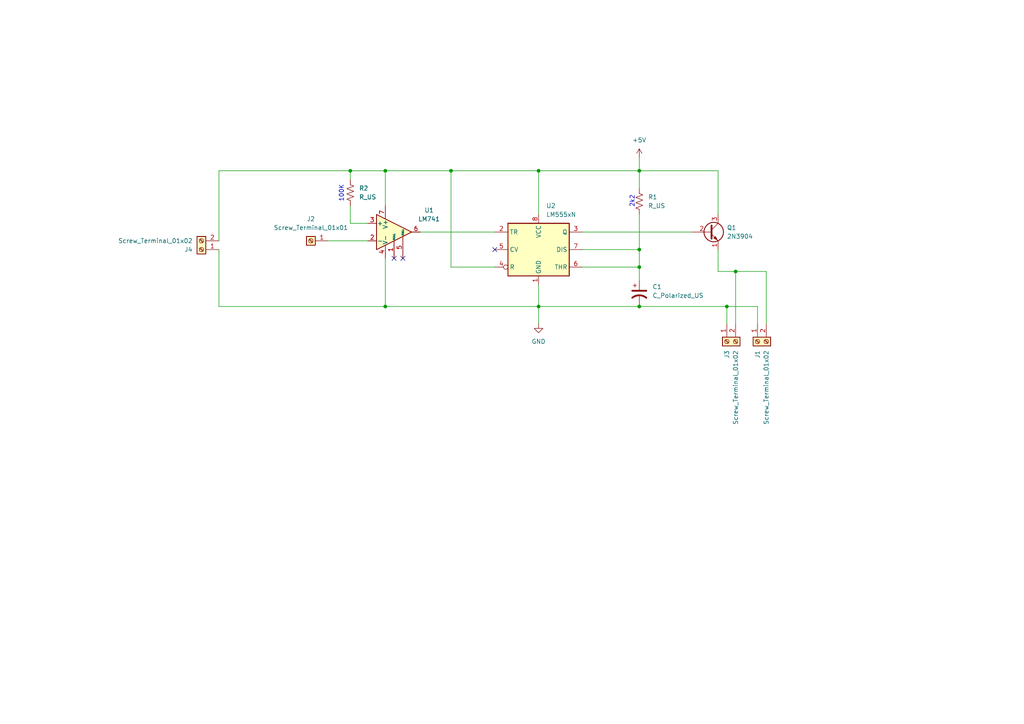
<source format=kicad_sch>
(kicad_sch (version 20231120) (generator "eeschema") (generator_version "8.0")
  (paper "A4")
  (lib_symbols
    (symbol "Amplifier_Operational:LM741" (pin_names (offset 0.127))
      (property "Reference" "U" (at 0 6.35 0))
      (property "Value" "LM741" (at 0 3.81 0))
      (symbol "LM741_0_1"
        (polyline (pts (xy -5.08 5.08) (xy 5.08 0) (xy -5.08 -5.08) (xy -5.08 5.08)) (stroke (width 0.254)) (fill (type background)))
      )
      (symbol "LM741_1_1"
        (pin input line (at 0 -7.62 90) (length 5.08) (name "NULL") (number "1"))
        (pin input line (at -7.62 -2.54 0) (length 2.54) (name "-") (number "2"))
        (pin input line (at -7.62 2.54 0) (length 2.54) (name "+") (number "3"))
        (pin power_in line (at -2.54 -7.62 90) (length 3.81) (name "V-") (number "4"))
        (pin input line (at 2.54 -7.62 90) (length 6.35) (name "NULL") (number "5"))
        (pin output line (at 7.62 0 180) (length 2.54) (name "~") (number "6"))
        (pin power_in line (at -2.54 7.62 270) (length 3.81) (name "V+") (number "7"))
        (pin no_connect line (at 0 2.54 270) (length 2.54) hide (name "NC") (number "8"))
      )
    )
    (symbol "Connector:Screw_Terminal_01x01" (pin_names (offset 1.016) hide)
      (property "Reference" "J" (at 0 2.54 0))
      (property "Value" "Screw_Terminal_01x01" (at 0 -2.54 0))
      (symbol "Screw_Terminal_01x01_1_1"
        (rectangle (start -1.27 1.27) (end 1.27 -1.27) (stroke (width 0.254)) (fill (type background)))
        (polyline (pts (xy -0.5334 0.3302) (xy 0.3302 -0.508)) (stroke (width 0.1524)))
        (polyline (pts (xy -0.3556 0.508) (xy 0.508 -0.3302)) (stroke (width 0.1524)))
        (circle (center 0 0) (radius 0.635) (stroke (width 0.1524)))
        (pin passive line (at -5.08 0 0) (length 3.81) (name "Pin_1") (number "1"))
      )
    )
    (symbol "Connector:Screw_Terminal_01x02" (pin_names (offset 1.016) hide)
      (property "Reference" "J" (at 0 2.54 0))
      (property "Value" "Screw_Terminal_01x02" (at 0 -5.08 0))
      (symbol "Screw_Terminal_01x02_1_1"
        (rectangle (start -1.27 1.27) (end 1.27 -3.81) (stroke (width 0.254)) (fill (type background)))
        (circle (center 0 -2.54) (radius 0.635) (stroke (width 0.1524)))
        (polyline (pts (xy -0.5334 -2.2098) (xy 0.3302 -3.048)) (stroke (width 0.1524)))
        (polyline (pts (xy -0.5334 0.3302) (xy 0.3302 -0.508)) (stroke (width 0.1524)))
        (polyline (pts (xy -0.3556 -2.032) (xy 0.508 -2.8702)) (stroke (width 0.1524)))
        (polyline (pts (xy -0.3556 0.508) (xy 0.508 -0.3302)) (stroke (width 0.1524)))
        (circle (center 0 0) (radius 0.635) (stroke (width 0.1524)))
        (pin passive line (at -5.08 0 0) (length 3.81) (name "Pin_1") (number "1"))
        (pin passive line (at -5.08 -2.54 0) (length 3.81) (name "Pin_2") (number "2"))
      )
    )
    (symbol "Device:C_Polarized_US" (pin_numbers hide) (pin_names (offset 0.254) hide)
      (property "Reference" "C" (at 0.635 2.54 0))
      (property "Value" "C_Polarized_US" (at 0.635 -2.54 0))
      (symbol "C_Polarized_US_0_1"
        (polyline (pts (xy -2.032 0.762) (xy 2.032 0.762)) (stroke (width 0.508)))
        (polyline (pts (xy -1.778 2.286) (xy -0.762 2.286)))
        (polyline (pts (xy -1.27 1.778) (xy -1.27 2.794)))
        (arc (start 2.032 -1.27) (mid 0 -0.5572) (end -2.032 -1.27) (stroke (width 0.508)))
      )
      (symbol "C_Polarized_US_1_1"
        (pin passive line (at 0 3.81 270) (length 2.794) (name "~") (number "1"))
        (pin passive line (at 0 -3.81 90) (length 3.302) (name "~") (number "2"))
      )
    )
    (symbol "Device:R_US" (pin_numbers hide) (pin_names (offset 0))
      (property "Reference" "R" (at 2.54 0 90))
      (property "Value" "R_US" (at -2.54 0 90))
      (symbol "R_US_0_1"
        (polyline (pts (xy 0 -2.286) (xy 0 -2.54)))
        (polyline (pts (xy 0 2.286) (xy 0 2.54)))
        (polyline (pts (xy 0 -0.762) (xy 1.016 -1.143) (xy 0 -1.524) (xy -1.016 -1.905) (xy 0 -2.286)))
        (polyline (pts (xy 0 0.762) (xy 1.016 0.381) (xy 0 0) (xy -1.016 -0.381) (xy 0 -0.762)))
        (polyline (pts (xy 0 2.286) (xy 1.016 1.905) (xy 0 1.524) (xy -1.016 1.143) (xy 0 0.762)))
      )
      (symbol "R_US_1_1"
        (pin passive line (at 0 3.81 270) (length 1.27) (name "~") (number "1"))
        (pin passive line (at 0 -3.81 90) (length 1.27) (name "~") (number "2"))
      )
    )
    (symbol "Timer:LM555xN"
      (property "Reference" "U" (at -10.16 8.89 0))
      (property "Value" "LM555xN" (at 2.54 8.89 0))
      (symbol "LM555xN_0_0"
        (pin power_in line (at 0 -10.16 90) (length 2.54) (name "GND") (number "1"))
        (pin power_in line (at 0 10.16 270) (length 2.54) (name "VCC") (number "8"))
      )
      (symbol "LM555xN_0_1"
        (rectangle (start -8.89 -7.62) (end 8.89 7.62) (stroke (width 0.254)) (fill (type background)))
        (rectangle (start -8.89 -7.62) (end 8.89 7.62) (stroke (width 0.254)) (fill (type background)))
      )
      (symbol "LM555xN_1_1"
        (pin input line (at -12.7 5.08 0) (length 3.81) (name "TR") (number "2"))
        (pin output line (at 12.7 5.08 180) (length 3.81) (name "Q") (number "3"))
        (pin input inverted (at -12.7 -5.08 0) (length 3.81) (name "R") (number "4"))
        (pin input line (at -12.7 0 0) (length 3.81) (name "CV") (number "5"))
        (pin input line (at 12.7 -5.08 180) (length 3.81) (name "THR") (number "6"))
        (pin input line (at 12.7 0 180) (length 3.81) (name "DIS") (number "7"))
      )
    )
    (symbol "Transistor_BJT:2N3904" (pin_names (offset 0) hide)
      (property "Reference" "Q" (at 5.08 1.905 0))
      (property "Value" "2N3904" (at 5.08 0 0))
      (symbol "2N3904_0_1"
        (polyline (pts (xy 0.635 0.635) (xy 2.54 2.54)))
        (polyline (pts (xy 0.635 -0.635) (xy 2.54 -2.54) (xy 2.54 -2.54)))
        (polyline (pts (xy 0.635 1.905) (xy 0.635 -1.905) (xy 0.635 -1.905)) (stroke (width 0.508)))
        (polyline (pts (xy 1.27 -1.778) (xy 1.778 -1.27) (xy 2.286 -2.286) (xy 1.27 -1.778) (xy 1.27 -1.778)) (fill (type outline)))
        (circle (center 1.27 0) (radius 2.8194) (stroke (width 0.254)))
      )
      (symbol "2N3904_1_1"
        (pin passive line (at 2.54 -5.08 90) (length 2.54) (name "E") (number "1"))
        (pin passive line (at -5.08 0 0) (length 5.715) (name "B") (number "2"))
        (pin passive line (at 2.54 5.08 270) (length 2.54) (name "C") (number "3"))
      )
    )
    (symbol "power:+5V" (power) (pin_numbers hide) (pin_names (offset 0) hide)
      (property "Value" "+5V" (at 0 3.556 0))
      (symbol "+5V_0_1"
        (polyline (pts (xy -0.762 1.27) (xy 0 2.54)))
        (polyline (pts (xy 0 0) (xy 0 2.54)))
        (polyline (pts (xy 0 2.54) (xy 0.762 1.27)))
      )
      (symbol "+5V_1_1"
        (pin power_in line (at 0 0 90) (length 0) (name "~") (number "1"))
      )
    )
    (symbol "power:GND" (power) (pin_numbers hide) (pin_names (offset 0) hide)
      (property "Value" "GND" (at 0 -3.81 0))
      (symbol "GND_0_1"
        (polyline (pts (xy 0 0) (xy 0 -1.27) (xy 1.27 -1.27) (xy 0 -2.54) (xy -1.27 -1.27) (xy 0 -1.27)))
      )
      (symbol "GND_1_1"
        (pin power_in line (at 0 0 270) (length 0) (name "~") (number "1"))
      )
    )
  )
  (junction (at 185.42 77.47))
  (junction (at 156.21 88.9))
  (junction (at 111.76 88.9))
  (junction (at 130.81 49.53))
  (junction (at 101.6 49.53))
  (junction (at 185.42 88.9))
  (junction (at 213.36 78.74))
  (junction (at 210.82 88.9))
  (junction (at 111.76 49.53))
  (junction (at 156.21 49.53))
  (junction (at 185.42 49.53))
  (junction (at 185.42 72.39))
  (no_connect (at 114.3 74.93))
  (no_connect (at 143.51 72.39))
  (no_connect (at 116.84 74.93))
  (wire (pts (xy 208.28 62.23) (xy 208.28 49.53)))
  (wire (pts (xy 156.21 93.98) (xy 156.21 88.9)))
  (wire (pts (xy 95.25 69.85) (xy 106.68 69.85)))
  (wire (pts (xy 185.42 49.53) (xy 185.42 54.61)))
  (wire (pts (xy 185.42 88.9) (xy 210.82 88.9)))
  (wire (pts (xy 213.36 78.74) (xy 213.36 93.98)))
  (wire (pts (xy 156.21 49.53) (xy 185.42 49.53)))
  (wire (pts (xy 208.28 49.53) (xy 185.42 49.53)))
  (wire (pts (xy 185.42 62.23) (xy 185.42 72.39)))
  (wire (pts (xy 222.25 78.74) (xy 213.36 78.74)))
  (wire (pts (xy 63.5 72.39) (xy 63.5 88.9)))
  (wire (pts (xy 185.42 49.53) (xy 185.42 45.72)))
  (wire (pts (xy 101.6 64.77) (xy 101.6 59.69)))
  (wire (pts (xy 63.5 69.85) (xy 63.5 49.53)))
  (wire (pts (xy 130.81 49.53) (xy 156.21 49.53)))
  (wire (pts (xy 101.6 49.53) (xy 111.76 49.53)))
  (wire (pts (xy 185.42 72.39) (xy 185.42 77.47)))
  (wire (pts (xy 156.21 88.9) (xy 156.21 82.55)))
  (wire (pts (xy 143.51 77.47) (xy 130.81 77.47)))
  (wire (pts (xy 185.42 77.47) (xy 185.42 81.28)))
  (wire (pts (xy 111.76 49.53) (xy 130.81 49.53)))
  (wire (pts (xy 210.82 88.9) (xy 219.71 88.9)))
  (wire (pts (xy 210.82 88.9) (xy 210.82 93.98)))
  (wire (pts (xy 63.5 49.53) (xy 101.6 49.53)))
  (wire (pts (xy 106.68 64.77) (xy 101.6 64.77)))
  (wire (pts (xy 130.81 77.47) (xy 130.81 49.53)))
  (wire (pts (xy 168.91 67.31) (xy 200.66 67.31)))
  (wire (pts (xy 111.76 59.69) (xy 111.76 49.53)))
  (wire (pts (xy 111.76 88.9) (xy 156.21 88.9)))
  (wire (pts (xy 208.28 78.74) (xy 208.28 72.39)))
  (wire (pts (xy 222.25 93.98) (xy 222.25 78.74)))
  (wire (pts (xy 111.76 74.93) (xy 111.76 88.9)))
  (wire (pts (xy 168.91 77.47) (xy 185.42 77.47)))
  (wire (pts (xy 156.21 88.9) (xy 185.42 88.9)))
  (wire (pts (xy 156.21 62.23) (xy 156.21 49.53)))
  (wire (pts (xy 208.28 78.74) (xy 213.36 78.74)))
  (wire (pts (xy 101.6 52.07) (xy 101.6 49.53)))
  (wire (pts (xy 63.5 88.9) (xy 111.76 88.9)))
  (wire (pts (xy 168.91 72.39) (xy 185.42 72.39)))
  (wire (pts (xy 121.92 67.31) (xy 143.51 67.31)))
  (wire (pts (xy 219.71 88.9) (xy 219.71 93.98)))
  (text "2k2" (at 183.388 58.42 90) (effects (font (size 1.27 1.27))))
  (text "100K" (at 99.06 56.134 90) (effects (font (size 1.27 1.27))))
  (symbol (lib_id "Connector:Screw_Terminal_01x02") (at 219.71 99.06 90) (mirror x) (unit 1)
    (property "Reference" "J1" (at 219.7099 101.6 0) (effects (justify left)))
    (property "Value" "Screw_Terminal_01x02" (at 222.2499 101.6 0) (effects (justify left)))
    (property "Footprint" "TerminalBlock_MetzConnect:TerminalBlock_MetzConnect_Type011_RT05502HBWC_1x02_P5.00mm_Horizontal" (effects (hide yes)))
    (property "Description" "Generic screw terminal, single row, 01x02, script generated (kicad-library-utils/schlib/autogen/connector/)" (effects (hide yes)))
  )
  (symbol (lib_id "Transistor_BJT:2N3904") (at 205.74 67.31 0) (unit 1)
    (property "Reference" "Q1" (at 210.82 66.0399 0) (effects (justify left)))
    (property "Value" "2N3904" (at 210.82 68.5799 0) (effects (justify left)))
    (property "Footprint" "Package_TO_SOT_THT:TO-92_Inline" (effects (hide yes)))
    (property "Datasheet" "https://www.onsemi.com/pub/Collateral/2N3903-D.PDF" (effects (hide yes)))
    (property "Description" "0.2A Ic, 40V Vce, Small Signal NPN Transistor, TO-92" (effects (hide yes)))
  )
  (symbol (lib_id "Timer:LM555xN") (at 156.21 72.39 0) (unit 1)
    (property "Reference" "U2" (at 158.4041 59.69 0) (effects (justify left)))
    (property "Value" "LM555xN" (at 158.4041 62.23 0) (effects (justify left)))
    (property "Footprint" "Package_DIP:DIP-8_W7.62mm" (effects (hide yes)))
    (property "Datasheet" "http://www.ti.com/lit/ds/symlink/lm555.pdf" (effects (hide yes)))
    (property "Description" "Timer, 555 compatible, PDIP-8" (effects (hide yes)))
  )
  (symbol (lib_id "Device:R_US") (at 101.6 55.88 0) (unit 1)
    (property "Reference" "R2" (at 104.14 54.6099 0) (effects (justify left)))
    (property "Value" "R_US" (at 104.14 57.1499 0) (effects (justify left)))
    (property "Footprint" "Resistor_THT:R_Axial_DIN0411_L9.9mm_D3.6mm_P12.70mm_Horizontal" (effects (hide yes)))
    (property "Description" "Resistor, US symbol" (effects (hide yes)))
  )
  (symbol (lib_id "Device:C_Polarized_US") (at 185.42 85.09 0) (unit 1)
    (property "Reference" "C1" (at 189.23 83.1849 0) (effects (justify left)))
    (property "Value" "C_Polarized_US" (at 189.23 85.7249 0) (effects (justify left)))
    (property "Description" "Polarized capacitor, US symbol" (effects (hide yes)))
  )
  (symbol (lib_id "Amplifier_Operational:LM741") (at 114.3 67.31 0) (unit 1)
    (property "Reference" "U1" (at 124.46 60.9914 0))
    (property "Value" "LM741" (at 124.46 63.5314 0))
    (property "Footprint" "Package_DIP:DIP-8_W7.62mm" (effects (hide yes)))
    (property "Datasheet" "http://www.ti.com/lit/ds/symlink/lm741.pdf" (effects (hide yes)))
    (property "Description" "Operational Amplifier, DIP-8/TO-99-8" (effects (hide yes)))
  )
  (symbol (lib_id "power:GND") (at 156.21 93.98 0) (mirror y) (unit 1)
    (property "Reference" "#PWR02" (effects (hide yes)))
    (property "Value" "GND" (at 156.21 99.06 0))
    (property "Description" "Power symbol creates a global label with name \"GND\" , ground" (effects (hide yes)))
  )
  (symbol (lib_id "Connector:Screw_Terminal_01x02") (at 210.82 99.06 90) (mirror x) (unit 1)
    (property "Reference" "J3" (at 210.8199 101.6 0) (effects (justify left)))
    (property "Value" "Screw_Terminal_01x02" (at 213.3599 101.6 0) (effects (justify left)))
    (property "Footprint" "TerminalBlock_MetzConnect:TerminalBlock_MetzConnect_Type011_RT05502HBWC_1x02_P5.00mm_Horizontal" (effects (hide yes)))
    (property "Description" "Generic screw terminal, single row, 01x02, script generated (kicad-library-utils/schlib/autogen/connector/)" (effects (hide yes)))
  )
  (symbol (lib_id "Connector:Screw_Terminal_01x02") (at 58.42 72.39 180) (unit 1)
    (property "Reference" "J4" (at 55.88 72.3901 0) (effects (justify left)))
    (property "Value" "Screw_Terminal_01x02" (at 55.88 69.8501 0) (effects (justify left)))
    (property "Footprint" "TerminalBlock_MetzConnect:TerminalBlock_MetzConnect_Type011_RT05502HBWC_1x02_P5.00mm_Horizontal" (effects (hide yes)))
    (property "Description" "Generic screw terminal, single row, 01x02, script generated (kicad-library-utils/schlib/autogen/connector/)" (effects (hide yes)))
  )
  (symbol (lib_id "Connector:Screw_Terminal_01x01") (at 90.17 69.85 180) (unit 1)
    (property "Reference" "J2" (at 90.17 63.5 0))
    (property "Value" "Screw_Terminal_01x01" (at 90.17 66.04 0))
    (property "Footprint" "TerminalBlock_MetzConnect:TerminalBlock_MetzConnect_360381_1x01_Horizontal_ScrewM3.0" (effects (hide yes)))
    (property "Description" "Generic screw terminal, single row, 01x01, script generated (kicad-library-utils/schlib/autogen/connector/)" (effects (hide yes)))
  )
  (symbol (lib_id "power:+5V") (at 185.42 45.72 0) (unit 1)
    (property "Reference" "#PWR01" (effects (hide yes)))
    (property "Value" "+5V" (at 185.42 40.64 0))
    (property "Description" "Power symbol creates a global label with name \"+5V\"" (effects (hide yes)))
  )
  (symbol (lib_id "Device:R_US") (at 185.42 58.42 0) (unit 1)
    (property "Reference" "R1" (at 187.96 57.1499 0) (effects (justify left)))
    (property "Value" "R_US" (at 187.96 59.6899 0) (effects (justify left)))
    (property "Footprint" "Resistor_THT:R_Axial_DIN0411_L9.9mm_D3.6mm_P12.70mm_Horizontal" (effects (hide yes)))
    (property "Description" "Resistor, US symbol" (effects (hide yes)))
  )
)
</source>
